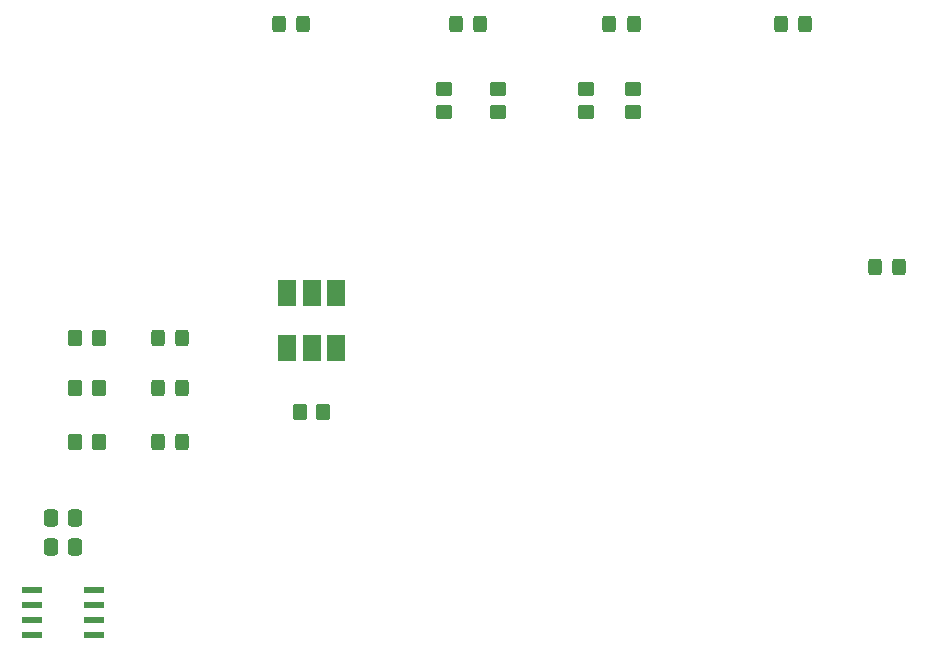
<source format=gtp>
%TF.GenerationSoftware,KiCad,Pcbnew,8.0.1-8.0.1-1~ubuntu22.04.1*%
%TF.CreationDate,2024-04-16T20:31:25-04:00*%
%TF.ProjectId,pdb,7064622e-6b69-4636-9164-5f7063625858,rev?*%
%TF.SameCoordinates,Original*%
%TF.FileFunction,Paste,Top*%
%TF.FilePolarity,Positive*%
%FSLAX46Y46*%
G04 Gerber Fmt 4.6, Leading zero omitted, Abs format (unit mm)*
G04 Created by KiCad (PCBNEW 8.0.1-8.0.1-1~ubuntu22.04.1) date 2024-04-16 20:31:25*
%MOMM*%
%LPD*%
G01*
G04 APERTURE LIST*
G04 Aperture macros list*
%AMRoundRect*
0 Rectangle with rounded corners*
0 $1 Rounding radius*
0 $2 $3 $4 $5 $6 $7 $8 $9 X,Y pos of 4 corners*
0 Add a 4 corners polygon primitive as box body*
4,1,4,$2,$3,$4,$5,$6,$7,$8,$9,$2,$3,0*
0 Add four circle primitives for the rounded corners*
1,1,$1+$1,$2,$3*
1,1,$1+$1,$4,$5*
1,1,$1+$1,$6,$7*
1,1,$1+$1,$8,$9*
0 Add four rect primitives between the rounded corners*
20,1,$1+$1,$2,$3,$4,$5,0*
20,1,$1+$1,$4,$5,$6,$7,0*
20,1,$1+$1,$6,$7,$8,$9,0*
20,1,$1+$1,$8,$9,$2,$3,0*%
G04 Aperture macros list end*
%ADD10RoundRect,0.250000X0.325000X0.450000X-0.325000X0.450000X-0.325000X-0.450000X0.325000X-0.450000X0*%
%ADD11RoundRect,0.250000X0.350000X0.450000X-0.350000X0.450000X-0.350000X-0.450000X0.350000X-0.450000X0*%
%ADD12R,1.549400X2.260600*%
%ADD13RoundRect,0.250000X0.450000X-0.350000X0.450000X0.350000X-0.450000X0.350000X-0.450000X-0.350000X0*%
%ADD14RoundRect,0.041300X-0.833700X-0.253700X0.833700X-0.253700X0.833700X0.253700X-0.833700X0.253700X0*%
%ADD15RoundRect,0.250000X-0.350000X-0.450000X0.350000X-0.450000X0.350000X0.450000X-0.350000X0.450000X0*%
%ADD16RoundRect,0.250000X-0.337500X-0.475000X0.337500X-0.475000X0.337500X0.475000X-0.337500X0.475000X0*%
%ADD17RoundRect,0.250000X-0.450000X0.350000X-0.450000X-0.350000X0.450000X-0.350000X0.450000X0.350000X0*%
G04 APERTURE END LIST*
D10*
%TO.C,D5*%
X91525000Y-47500000D03*
X89475000Y-47500000D03*
%TD*%
D11*
%TO.C,R27*%
X31750000Y-74120000D03*
X29750000Y-74120000D03*
%TD*%
D10*
%TO.C,D7*%
X64025000Y-47500000D03*
X61975000Y-47500000D03*
%TD*%
D12*
%TO.C,D4*%
X47650002Y-74944100D03*
X49750000Y-74944100D03*
X51850001Y-74944100D03*
X51849998Y-70295900D03*
X49750000Y-70295900D03*
X47649999Y-70295900D03*
%TD*%
D11*
%TO.C,R26*%
X31750000Y-78370000D03*
X29750000Y-78370000D03*
%TD*%
D13*
%TO.C,R16*%
X77000000Y-55000000D03*
X77000000Y-53000000D03*
%TD*%
D10*
%TO.C,D2*%
X38775000Y-78370000D03*
X36725000Y-78370000D03*
%TD*%
%TO.C,D6*%
X77025000Y-47500000D03*
X74975000Y-47500000D03*
%TD*%
%TO.C,D8*%
X49025000Y-47500000D03*
X46975000Y-47500000D03*
%TD*%
%TO.C,D10*%
X99525000Y-68120000D03*
X97475000Y-68120000D03*
%TD*%
D14*
%TO.C,U3*%
X26120000Y-95430000D03*
X26120000Y-96700000D03*
X26120000Y-97970000D03*
X26120000Y-99240000D03*
X31290000Y-99240000D03*
X31290000Y-97970000D03*
X31290000Y-96700000D03*
X31290000Y-95430000D03*
%TD*%
D15*
%TO.C,R28*%
X48750000Y-80370000D03*
X50750000Y-80370000D03*
%TD*%
D16*
%TO.C,C6*%
X27667500Y-91835000D03*
X29742500Y-91835000D03*
%TD*%
D17*
%TO.C,R19*%
X61000000Y-53000000D03*
X61000000Y-55000000D03*
%TD*%
%TO.C,R17*%
X73000000Y-53000000D03*
X73000000Y-55000000D03*
%TD*%
D16*
%TO.C,C5*%
X27667500Y-89335000D03*
X29742500Y-89335000D03*
%TD*%
D11*
%TO.C,R7*%
X31750000Y-82870000D03*
X29750000Y-82870000D03*
%TD*%
D10*
%TO.C,D3*%
X38775000Y-74120000D03*
X36725000Y-74120000D03*
%TD*%
%TO.C,D1*%
X38775000Y-82870000D03*
X36725000Y-82870000D03*
%TD*%
D17*
%TO.C,R18*%
X65500000Y-53000000D03*
X65500000Y-55000000D03*
%TD*%
M02*

</source>
